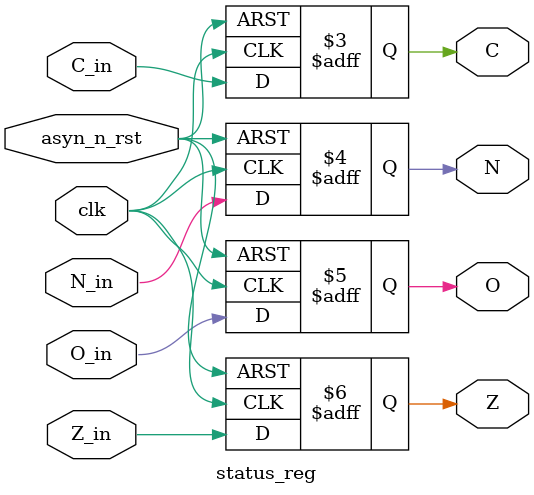
<source format=sv>
module status_reg(
	input logic clk,
	input logic asyn_n_rst,
	input logic Z_in,
	input logic C_in,
	input logic N_in,
	input logic O_in,
	output logic Z,
	output logic C,
	output logic N,
	output logic O
	);
	
	
	always_ff @(posedge clk or negedge asyn_n_rst) begin
		if(!asyn_n_rst) begin
			{Z,C,N,O} <= 4'b0;
//			Z <= 1'b0;
//			C <= 1'b0;
//			N <= 1'b0;
//			O <= 1'b0;
		end else begin
			{Z,C,N,O} <= {Z_in, C_in, N_in, O_in};
//			Z <= Z;
//			C <= C;
//			N <= N;
//			O <= O;
		end
	end
	
endmodule

</source>
